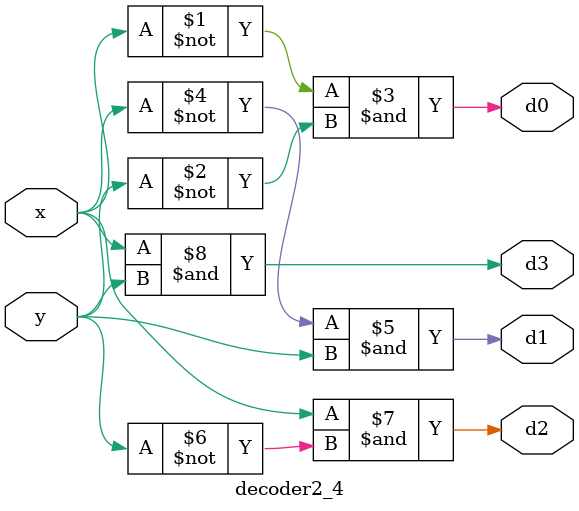
<source format=v>
module decoder2_4(input x, y, output d0, d1, d2, d3);

assign d0 = ~x & ~y;
assign d1 = ~x & y;
assign d2 = x & ~y;
assign d3 = x & y;

endmodule
</source>
